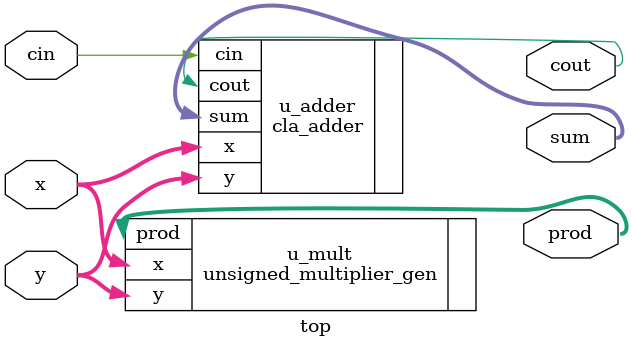
<source format=v>
module top #(parameter N = 4)(
    input  [N-1:0] x,
    input  [N-1:0] y,
    input          cin,
    output [N-1:0] sum,
    output         cout,
    output [2*N-1:0] prod
);

    cla_adder #(N) u_adder (
        .x(x),
        .y(y),
        .cin(cin),
        .sum(sum),
        .cout(cout)
    );

    unsigned_multiplier_gen #(N) u_mult (
        .x(x),
        .y(y),
        .prod(prod)
    );

endmodule

</source>
